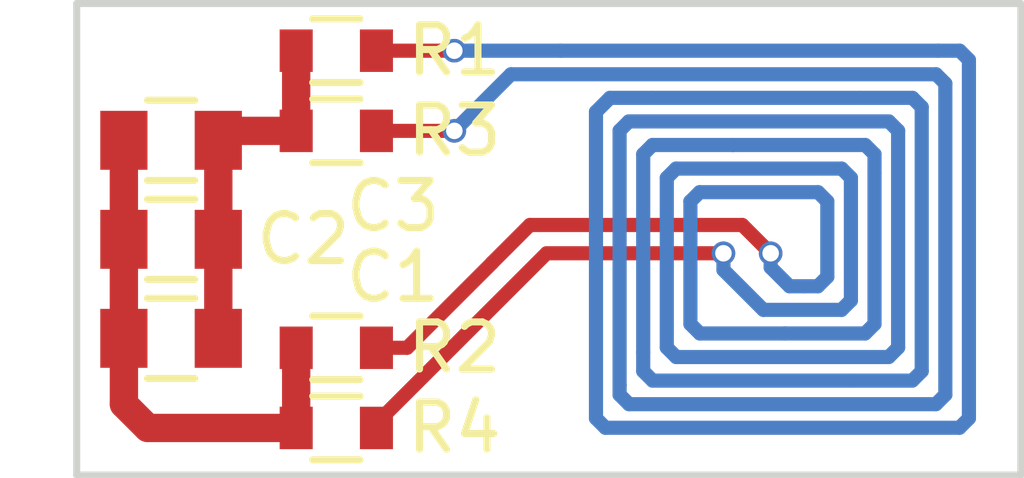
<source format=kicad_pcb>
(kicad_pcb (version 4) (host pcbnew 4.0.6-e0-6349~53~ubuntu16.04.1)

  (general
    (links 10)
    (no_connects 10)
    (area 142.224235 81.229025 162.374237 91.379027)
    (thickness 1.6)
    (drawings 5)
    (tracks 98)
    (zones 0)
    (modules 7)
    (nets 5)
  )

  (page A4)
  (layers
    (0 F.Cu signal)
    (31 B.Cu signal)
    (32 B.Adhes user)
    (33 F.Adhes user)
    (34 B.Paste user)
    (35 F.Paste user)
    (36 B.SilkS user)
    (37 F.SilkS user)
    (38 B.Mask user)
    (39 F.Mask user)
    (40 Dwgs.User user)
    (41 Cmts.User user)
    (42 Eco1.User user)
    (43 Eco2.User user)
    (44 Edge.Cuts user)
    (45 Margin user)
    (46 B.CrtYd user)
    (47 F.CrtYd user)
    (48 B.Fab user)
    (49 F.Fab user)
  )

  (setup
    (last_trace_width 0.6)
    (user_trace_width 0.3)
    (user_trace_width 0.4)
    (user_trace_width 0.6)
    (user_trace_width 0.8)
    (user_trace_width 1)
    (user_trace_width 1.5)
    (user_trace_width 2)
    (user_trace_width 2.5)
    (trace_clearance 0.2)
    (zone_clearance 0.508)
    (zone_45_only no)
    (trace_min 0.2)
    (segment_width 0.2)
    (edge_width 0.15)
    (via_size 0.6)
    (via_drill 0.4)
    (via_min_size 0.4)
    (via_min_drill 0.3)
    (user_via 0.5 0.35)
    (user_via 0.6 0.4)
    (user_via 0.8 0.6)
    (user_via 1 0.8)
    (uvia_size 0.3)
    (uvia_drill 0.1)
    (uvias_allowed no)
    (uvia_min_size 0.2)
    (uvia_min_drill 0.1)
    (pcb_text_width 0.3)
    (pcb_text_size 1.5 1.5)
    (mod_edge_width 0.15)
    (mod_text_size 1 1)
    (mod_text_width 0.15)
    (pad_size 1.524 1.524)
    (pad_drill 0.762)
    (pad_to_mask_clearance 0.2)
    (aux_axis_origin 0 0)
    (visible_elements FFFFFF7F)
    (pcbplotparams
      (layerselection 0x00030_80000001)
      (usegerberextensions false)
      (excludeedgelayer true)
      (linewidth 0.100000)
      (plotframeref false)
      (viasonmask false)
      (mode 1)
      (useauxorigin false)
      (hpglpennumber 1)
      (hpglpenspeed 20)
      (hpglpendiameter 15)
      (hpglpenoverlay 2)
      (psnegative false)
      (psa4output false)
      (plotreference true)
      (plotvalue true)
      (plotinvisibletext false)
      (padsonsilk false)
      (subtractmaskfromsilk false)
      (outputformat 1)
      (mirror false)
      (drillshape 1)
      (scaleselection 1)
      (outputdirectory ""))
  )

  (net 0 "")
  (net 1 "Net-(C1-Pad1)")
  (net 2 "Net-(C1-Pad2)")
  (net 3 /COIL1)
  (net 4 /COIL2)

  (net_class Default "This is the default net class."
    (clearance 0.2)
    (trace_width 0.25)
    (via_dia 0.6)
    (via_drill 0.4)
    (uvia_dia 0.3)
    (uvia_drill 0.1)
    (add_net /COIL1)
    (add_net /COIL2)
    (add_net "Net-(C1-Pad1)")
    (add_net "Net-(C1-Pad2)")
  )

  (module SquantorRcl:C_0805 (layer F.Cu) (tedit 5415D6EA) (tstamp 5898CBE1)
    (at 144.299236 88.404026)
    (descr "Capacitor SMD 0805, reflow soldering, AVX (see smccp.pdf)")
    (tags "capacitor 0805")
    (path /58973C36)
    (attr smd)
    (fp_text reference C1 (at 4.700764 -1.304026) (layer F.SilkS)
      (effects (font (size 1 1) (thickness 0.15)))
    )
    (fp_text value C (at -2.9 -0.2) (layer F.Fab)
      (effects (font (size 1 1) (thickness 0.15)))
    )
    (fp_line (start -1 0.625) (end -1 -0.625) (layer F.Fab) (width 0.15))
    (fp_line (start 1 0.625) (end -1 0.625) (layer F.Fab) (width 0.15))
    (fp_line (start 1 -0.625) (end 1 0.625) (layer F.Fab) (width 0.15))
    (fp_line (start -1 -0.625) (end 1 -0.625) (layer F.Fab) (width 0.15))
    (fp_line (start -1.8 -1) (end 1.8 -1) (layer F.CrtYd) (width 0.05))
    (fp_line (start -1.8 1) (end 1.8 1) (layer F.CrtYd) (width 0.05))
    (fp_line (start -1.8 -1) (end -1.8 1) (layer F.CrtYd) (width 0.05))
    (fp_line (start 1.8 -1) (end 1.8 1) (layer F.CrtYd) (width 0.05))
    (fp_line (start 0.5 -0.85) (end -0.5 -0.85) (layer F.SilkS) (width 0.15))
    (fp_line (start -0.5 0.85) (end 0.5 0.85) (layer F.SilkS) (width 0.15))
    (pad 1 smd rect (at -1 0) (size 1 1.25) (layers F.Cu F.Paste F.Mask)
      (net 1 "Net-(C1-Pad1)"))
    (pad 2 smd rect (at 1 0) (size 1 1.25) (layers F.Cu F.Paste F.Mask)
      (net 2 "Net-(C1-Pad2)"))
    (model Capacitors_SMD.3dshapes/C_0805.wrl
      (at (xyz 0 0 0))
      (scale (xyz 1 1 1))
      (rotate (xyz 0 0 0))
    )
  )

  (module SquantorRcl:C_0805 (layer F.Cu) (tedit 5415D6EA) (tstamp 5898CBF1)
    (at 144.299236 86.304026)
    (descr "Capacitor SMD 0805, reflow soldering, AVX (see smccp.pdf)")
    (tags "capacitor 0805")
    (path /58973E07)
    (attr smd)
    (fp_text reference C2 (at 2.800764 -0.004026) (layer F.SilkS)
      (effects (font (size 1 1) (thickness 0.15)))
    )
    (fp_text value C (at -2.899236 0.095974) (layer F.Fab)
      (effects (font (size 1 1) (thickness 0.15)))
    )
    (fp_line (start -1 0.625) (end -1 -0.625) (layer F.Fab) (width 0.15))
    (fp_line (start 1 0.625) (end -1 0.625) (layer F.Fab) (width 0.15))
    (fp_line (start 1 -0.625) (end 1 0.625) (layer F.Fab) (width 0.15))
    (fp_line (start -1 -0.625) (end 1 -0.625) (layer F.Fab) (width 0.15))
    (fp_line (start -1.8 -1) (end 1.8 -1) (layer F.CrtYd) (width 0.05))
    (fp_line (start -1.8 1) (end 1.8 1) (layer F.CrtYd) (width 0.05))
    (fp_line (start -1.8 -1) (end -1.8 1) (layer F.CrtYd) (width 0.05))
    (fp_line (start 1.8 -1) (end 1.8 1) (layer F.CrtYd) (width 0.05))
    (fp_line (start 0.5 -0.85) (end -0.5 -0.85) (layer F.SilkS) (width 0.15))
    (fp_line (start -0.5 0.85) (end 0.5 0.85) (layer F.SilkS) (width 0.15))
    (pad 1 smd rect (at -1 0) (size 1 1.25) (layers F.Cu F.Paste F.Mask)
      (net 1 "Net-(C1-Pad1)"))
    (pad 2 smd rect (at 1 0) (size 1 1.25) (layers F.Cu F.Paste F.Mask)
      (net 2 "Net-(C1-Pad2)"))
    (model Capacitors_SMD.3dshapes/C_0805.wrl
      (at (xyz 0 0 0))
      (scale (xyz 1 1 1))
      (rotate (xyz 0 0 0))
    )
  )

  (module SquantorRcl:C_0805 (layer F.Cu) (tedit 5415D6EA) (tstamp 5898CC01)
    (at 144.299236 84.204026)
    (descr "Capacitor SMD 0805, reflow soldering, AVX (see smccp.pdf)")
    (tags "capacitor 0805")
    (path /58973E62)
    (attr smd)
    (fp_text reference C3 (at 4.700764 1.395974) (layer F.SilkS)
      (effects (font (size 1 1) (thickness 0.15)))
    )
    (fp_text value C (at -2.999236 -0.004026) (layer F.Fab)
      (effects (font (size 1 1) (thickness 0.15)))
    )
    (fp_line (start -1 0.625) (end -1 -0.625) (layer F.Fab) (width 0.15))
    (fp_line (start 1 0.625) (end -1 0.625) (layer F.Fab) (width 0.15))
    (fp_line (start 1 -0.625) (end 1 0.625) (layer F.Fab) (width 0.15))
    (fp_line (start -1 -0.625) (end 1 -0.625) (layer F.Fab) (width 0.15))
    (fp_line (start -1.8 -1) (end 1.8 -1) (layer F.CrtYd) (width 0.05))
    (fp_line (start -1.8 1) (end 1.8 1) (layer F.CrtYd) (width 0.05))
    (fp_line (start -1.8 -1) (end -1.8 1) (layer F.CrtYd) (width 0.05))
    (fp_line (start 1.8 -1) (end 1.8 1) (layer F.CrtYd) (width 0.05))
    (fp_line (start 0.5 -0.85) (end -0.5 -0.85) (layer F.SilkS) (width 0.15))
    (fp_line (start -0.5 0.85) (end 0.5 0.85) (layer F.SilkS) (width 0.15))
    (pad 1 smd rect (at -1 0) (size 1 1.25) (layers F.Cu F.Paste F.Mask)
      (net 1 "Net-(C1-Pad1)"))
    (pad 2 smd rect (at 1 0) (size 1 1.25) (layers F.Cu F.Paste F.Mask)
      (net 2 "Net-(C1-Pad2)"))
    (model Capacitors_SMD.3dshapes/C_0805.wrl
      (at (xyz 0 0 0))
      (scale (xyz 1 1 1))
      (rotate (xyz 0 0 0))
    )
  )

  (module SquantorRcl:R_0603_hand (layer F.Cu) (tedit 587552B0) (tstamp 5898CC11)
    (at 147.799236 82.304026 180)
    (descr "Resistor SMD 0603, reflow soldering, Vishay (see dcrcw.pdf)")
    (tags "resistor 0603")
    (path /58973BA5)
    (attr smd)
    (fp_text reference R1 (at -2.500764 0.004026 180) (layer F.SilkS)
      (effects (font (size 1 1) (thickness 0.15)))
    )
    (fp_text value 0 (at -4.200764 0.004026 180) (layer F.Fab)
      (effects (font (size 1 1) (thickness 0.15)))
    )
    (fp_line (start -0.8 0.4) (end -0.8 -0.4) (layer F.Fab) (width 0.1))
    (fp_line (start 0.8 0.4) (end -0.8 0.4) (layer F.Fab) (width 0.1))
    (fp_line (start 0.8 -0.4) (end 0.8 0.4) (layer F.Fab) (width 0.1))
    (fp_line (start -0.8 -0.4) (end 0.8 -0.4) (layer F.Fab) (width 0.1))
    (fp_line (start -1.5 -0.8) (end 1.5 -0.8) (layer F.CrtYd) (width 0.05))
    (fp_line (start -1.5 0.8) (end 1.5 0.8) (layer F.CrtYd) (width 0.05))
    (fp_line (start -1.5 -0.8) (end -1.5 0.8) (layer F.CrtYd) (width 0.05))
    (fp_line (start 1.5 -0.8) (end 1.5 0.8) (layer F.CrtYd) (width 0.05))
    (fp_line (start 0.5 0.675) (end -0.5 0.675) (layer F.SilkS) (width 0.15))
    (fp_line (start -0.5 -0.675) (end 0.5 -0.675) (layer F.SilkS) (width 0.15))
    (pad 1 smd rect (at -0.85 0 180) (size 0.7 0.9) (layers F.Cu F.Paste F.Mask)
      (net 3 /COIL1))
    (pad 2 smd rect (at 0.85 0 180) (size 0.7 0.9) (layers F.Cu F.Paste F.Mask)
      (net 2 "Net-(C1-Pad2)"))
    (model Resistors_SMD.3dshapes/R_0603.wrl
      (at (xyz 0 0 0))
      (scale (xyz 1 1 1))
      (rotate (xyz 0 0 0))
    )
  )

  (module SquantorRcl:R_0603_hand (layer F.Cu) (tedit 587552B0) (tstamp 5898CC21)
    (at 147.799236 88.604026 180)
    (descr "Resistor SMD 0603, reflow soldering, Vishay (see dcrcw.pdf)")
    (tags "resistor 0603")
    (path /58973BD4)
    (attr smd)
    (fp_text reference R2 (at -2.500764 0.004026 180) (layer F.SilkS)
      (effects (font (size 1 1) (thickness 0.15)))
    )
    (fp_text value 0 (at -4.000764 0.004026 180) (layer F.Fab)
      (effects (font (size 1 1) (thickness 0.15)))
    )
    (fp_line (start -0.8 0.4) (end -0.8 -0.4) (layer F.Fab) (width 0.1))
    (fp_line (start 0.8 0.4) (end -0.8 0.4) (layer F.Fab) (width 0.1))
    (fp_line (start 0.8 -0.4) (end 0.8 0.4) (layer F.Fab) (width 0.1))
    (fp_line (start -0.8 -0.4) (end 0.8 -0.4) (layer F.Fab) (width 0.1))
    (fp_line (start -1.5 -0.8) (end 1.5 -0.8) (layer F.CrtYd) (width 0.05))
    (fp_line (start -1.5 0.8) (end 1.5 0.8) (layer F.CrtYd) (width 0.05))
    (fp_line (start -1.5 -0.8) (end -1.5 0.8) (layer F.CrtYd) (width 0.05))
    (fp_line (start 1.5 -0.8) (end 1.5 0.8) (layer F.CrtYd) (width 0.05))
    (fp_line (start 0.5 0.675) (end -0.5 0.675) (layer F.SilkS) (width 0.15))
    (fp_line (start -0.5 -0.675) (end 0.5 -0.675) (layer F.SilkS) (width 0.15))
    (pad 1 smd rect (at -0.85 0 180) (size 0.7 0.9) (layers F.Cu F.Paste F.Mask)
      (net 3 /COIL1))
    (pad 2 smd rect (at 0.85 0 180) (size 0.7 0.9) (layers F.Cu F.Paste F.Mask)
      (net 1 "Net-(C1-Pad1)"))
    (model Resistors_SMD.3dshapes/R_0603.wrl
      (at (xyz 0 0 0))
      (scale (xyz 1 1 1))
      (rotate (xyz 0 0 0))
    )
  )

  (module SquantorRcl:R_0603_hand (layer F.Cu) (tedit 587552B0) (tstamp 5898CC31)
    (at 147.799236 84.004026 180)
    (descr "Resistor SMD 0603, reflow soldering, Vishay (see dcrcw.pdf)")
    (tags "resistor 0603")
    (path /58973BED)
    (attr smd)
    (fp_text reference R3 (at -2.500764 0.004026 180) (layer F.SilkS)
      (effects (font (size 1 1) (thickness 0.15)))
    )
    (fp_text value 0 (at -4.200764 0.004026 180) (layer F.Fab)
      (effects (font (size 1 1) (thickness 0.15)))
    )
    (fp_line (start -0.8 0.4) (end -0.8 -0.4) (layer F.Fab) (width 0.1))
    (fp_line (start 0.8 0.4) (end -0.8 0.4) (layer F.Fab) (width 0.1))
    (fp_line (start 0.8 -0.4) (end 0.8 0.4) (layer F.Fab) (width 0.1))
    (fp_line (start -0.8 -0.4) (end 0.8 -0.4) (layer F.Fab) (width 0.1))
    (fp_line (start -1.5 -0.8) (end 1.5 -0.8) (layer F.CrtYd) (width 0.05))
    (fp_line (start -1.5 0.8) (end 1.5 0.8) (layer F.CrtYd) (width 0.05))
    (fp_line (start -1.5 -0.8) (end -1.5 0.8) (layer F.CrtYd) (width 0.05))
    (fp_line (start 1.5 -0.8) (end 1.5 0.8) (layer F.CrtYd) (width 0.05))
    (fp_line (start 0.5 0.675) (end -0.5 0.675) (layer F.SilkS) (width 0.15))
    (fp_line (start -0.5 -0.675) (end 0.5 -0.675) (layer F.SilkS) (width 0.15))
    (pad 1 smd rect (at -0.85 0 180) (size 0.7 0.9) (layers F.Cu F.Paste F.Mask)
      (net 4 /COIL2))
    (pad 2 smd rect (at 0.85 0 180) (size 0.7 0.9) (layers F.Cu F.Paste F.Mask)
      (net 2 "Net-(C1-Pad2)"))
    (model Resistors_SMD.3dshapes/R_0603.wrl
      (at (xyz 0 0 0))
      (scale (xyz 1 1 1))
      (rotate (xyz 0 0 0))
    )
  )

  (module SquantorRcl:R_0603_hand (layer F.Cu) (tedit 587552B0) (tstamp 5898CC41)
    (at 147.799236 90.304026 180)
    (descr "Resistor SMD 0603, reflow soldering, Vishay (see dcrcw.pdf)")
    (tags "resistor 0603")
    (path /58973C0C)
    (attr smd)
    (fp_text reference R4 (at -2.500764 0.004026 180) (layer F.SilkS)
      (effects (font (size 1 1) (thickness 0.15)))
    )
    (fp_text value 0 (at -4.000764 0.004026 180) (layer F.Fab)
      (effects (font (size 1 1) (thickness 0.15)))
    )
    (fp_line (start -0.8 0.4) (end -0.8 -0.4) (layer F.Fab) (width 0.1))
    (fp_line (start 0.8 0.4) (end -0.8 0.4) (layer F.Fab) (width 0.1))
    (fp_line (start 0.8 -0.4) (end 0.8 0.4) (layer F.Fab) (width 0.1))
    (fp_line (start -0.8 -0.4) (end 0.8 -0.4) (layer F.Fab) (width 0.1))
    (fp_line (start -1.5 -0.8) (end 1.5 -0.8) (layer F.CrtYd) (width 0.05))
    (fp_line (start -1.5 0.8) (end 1.5 0.8) (layer F.CrtYd) (width 0.05))
    (fp_line (start -1.5 -0.8) (end -1.5 0.8) (layer F.CrtYd) (width 0.05))
    (fp_line (start 1.5 -0.8) (end 1.5 0.8) (layer F.CrtYd) (width 0.05))
    (fp_line (start 0.5 0.675) (end -0.5 0.675) (layer F.SilkS) (width 0.15))
    (fp_line (start -0.5 -0.675) (end 0.5 -0.675) (layer F.SilkS) (width 0.15))
    (pad 1 smd rect (at -0.85 0 180) (size 0.7 0.9) (layers F.Cu F.Paste F.Mask)
      (net 4 /COIL2))
    (pad 2 smd rect (at 0.85 0 180) (size 0.7 0.9) (layers F.Cu F.Paste F.Mask)
      (net 1 "Net-(C1-Pad1)"))
    (model Resistors_SMD.3dshapes/R_0603.wrl
      (at (xyz 0 0 0))
      (scale (xyz 1 1 1))
      (rotate (xyz 0 0 0))
    )
  )

  (gr_line (start 142.299236 81.304026) (end 152.299236 81.304026) (layer Edge.Cuts) (width 0.15))
  (gr_line (start 142.299236 91.304026) (end 142.299236 81.304026) (layer Edge.Cuts) (width 0.15))
  (gr_line (start 162.299236 91.304026) (end 142.299236 91.304026) (layer Edge.Cuts) (width 0.15))
  (gr_line (start 162.299236 81.304026) (end 162.299236 91.304026) (layer Edge.Cuts) (width 0.15))
  (gr_line (start 152.299236 81.304026) (end 162.299236 81.304026) (layer Edge.Cuts) (width 0.15))

  (segment (start 146.949236 90.304026) (end 146.949236 88.604026) (width 0.6) (layer F.Cu) (net 1))
  (segment (start 143.3 89.8) (end 143.804026 90.304026) (width 0.6) (layer F.Cu) (net 1))
  (segment (start 143.804026 90.304026) (end 146.949236 90.304026) (width 0.6) (layer F.Cu) (net 1))
  (segment (start 143.3 88.52979) (end 143.3 89.8) (width 0.6) (layer F.Cu) (net 1))
  (segment (start 143.299236 88.404026) (end 143.299236 88.529026) (width 0.6) (layer F.Cu) (net 1))
  (segment (start 143.299236 88.529026) (end 143.3 88.52979) (width 0.6) (layer F.Cu) (net 1))
  (segment (start 143.299236 86.304026) (end 143.299236 88.404026) (width 0.6) (layer F.Cu) (net 1))
  (segment (start 143.299236 84.204026) (end 143.299236 86.304026) (width 0.6) (layer F.Cu) (net 1))
  (segment (start 145.299236 86.304026) (end 145.299236 88.404026) (width 0.6) (layer F.Cu) (net 2))
  (segment (start 145.299236 84.204026) (end 145.299236 86.304026) (width 0.6) (layer F.Cu) (net 2))
  (segment (start 146.949236 84.004026) (end 145.499236 84.004026) (width 0.6) (layer F.Cu) (net 2))
  (segment (start 145.499236 84.004026) (end 145.299236 84.204026) (width 0.6) (layer F.Cu) (net 2))
  (segment (start 146.949236 82.304026) (end 146.949236 84.004026) (width 0.6) (layer F.Cu) (net 2))
  (segment (start 151.9 86) (end 156.4 86) (width 0.3) (layer F.Cu) (net 3))
  (segment (start 156.4 86) (end 157 86.6) (width 0.3) (layer F.Cu) (net 3))
  (segment (start 151.103262 86.796738) (end 151.9 86) (width 0.3) (layer F.Cu) (net 3))
  (segment (start 151.103262 86.8) (end 151.103262 86.796738) (width 0.3) (layer F.Cu) (net 3))
  (via (at 157 86.6) (size 0.5) (drill 0.35) (layers F.Cu B.Cu) (net 3))
  (segment (start 157 86.9) (end 157 86.6) (width 0.3) (layer B.Cu) (net 3))
  (segment (start 157.39996 87.29996) (end 157 86.9) (width 0.3) (layer B.Cu) (net 3))
  (segment (start 157.7 87.29996) (end 157.39996 87.29996) (width 0.3) (layer B.Cu) (net 3))
  (segment (start 148.649236 88.604026) (end 149.299236 88.604026) (width 0.3) (layer F.Cu) (net 3))
  (segment (start 149.299236 88.604026) (end 151.103262 86.8) (width 0.3) (layer F.Cu) (net 3))
  (segment (start 158.00004 87.29996) (end 157.7 87.29996) (width 0.3) (layer B.Cu) (net 3))
  (segment (start 158.19996 85.49996) (end 158.19996 87.10004) (width 0.3) (layer B.Cu) (net 3))
  (segment (start 158.19996 87.10004) (end 158.00004 87.29996) (width 0.3) (layer B.Cu) (net 3))
  (segment (start 155.495914 85.304086) (end 158.004086 85.304086) (width 0.3) (layer B.Cu) (net 3))
  (segment (start 158.004086 85.304086) (end 158.19996 85.49996) (width 0.3) (layer B.Cu) (net 3))
  (segment (start 155.30003 85.5) (end 155.30003 85.49997) (width 0.3) (layer B.Cu) (net 3))
  (segment (start 155.30003 85.49997) (end 155.495914 85.304086) (width 0.3) (layer B.Cu) (net 3))
  (segment (start 155.30003 88.10003) (end 155.30003 85.5) (width 0.3) (layer B.Cu) (net 3))
  (segment (start 157.3 88.29998) (end 155.49998 88.29998) (width 0.3) (layer B.Cu) (net 3))
  (segment (start 155.49998 88.29998) (end 155.30003 88.10003) (width 0.3) (layer B.Cu) (net 3))
  (segment (start 159.00002 88.29998) (end 157.3 88.29998) (width 0.3) (layer B.Cu) (net 3))
  (segment (start 159.19998 84.9) (end 159.19998 88.10002) (width 0.3) (layer B.Cu) (net 3))
  (segment (start 159.19998 88.10002) (end 159.00002 88.29998) (width 0.3) (layer B.Cu) (net 3))
  (segment (start 159.19998 84.49998) (end 159.19998 84.9) (width 0.3) (layer B.Cu) (net 3))
  (segment (start 156.2 84.304066) (end 159.004066 84.304066) (width 0.3) (layer B.Cu) (net 3))
  (segment (start 159.004066 84.304066) (end 159.19998 84.49998) (width 0.3) (layer B.Cu) (net 3))
  (segment (start 154.495954 84.304066) (end 156.2 84.304066) (width 0.3) (layer B.Cu) (net 3))
  (segment (start 154.30001 84.50001) (end 154.495954 84.304066) (width 0.3) (layer B.Cu) (net 3))
  (segment (start 154.30001 88.7) (end 154.30001 84.50001) (width 0.3) (layer B.Cu) (net 3))
  (segment (start 154.30001 89.10001) (end 154.30001 88.7) (width 0.3) (layer B.Cu) (net 3))
  (segment (start 158.7 89.3) (end 154.5 89.3) (width 0.3) (layer B.Cu) (net 3))
  (segment (start 154.5 89.3) (end 154.30001 89.10001) (width 0.3) (layer B.Cu) (net 3))
  (segment (start 160 89.3) (end 158.7 89.3) (width 0.3) (layer B.Cu) (net 3))
  (segment (start 160.2 89.1) (end 160 89.3) (width 0.3) (layer B.Cu) (net 3))
  (segment (start 160.2 83.5) (end 160.2 89.1) (width 0.3) (layer B.Cu) (net 3))
  (segment (start 160.004046 83.304046) (end 160.2 83.5) (width 0.3) (layer B.Cu) (net 3))
  (segment (start 158.9 83.304046) (end 160.004046 83.304046) (width 0.3) (layer B.Cu) (net 3))
  (segment (start 154.5 83.304046) (end 158.9 83.304046) (width 0.3) (layer B.Cu) (net 3))
  (segment (start 153.595954 83.304046) (end 154.5 83.304046) (width 0.3) (layer B.Cu) (net 3))
  (segment (start 153.3 90.1) (end 153.3 83.6) (width 0.3) (layer B.Cu) (net 3))
  (segment (start 153.3 83.6) (end 153.595954 83.304046) (width 0.3) (layer B.Cu) (net 3))
  (segment (start 153.5 90.3) (end 153.3 90.1) (width 0.3) (layer B.Cu) (net 3))
  (segment (start 161 90.3) (end 153.5 90.3) (width 0.3) (layer B.Cu) (net 3))
  (segment (start 161.2 90.1) (end 161 90.3) (width 0.3) (layer B.Cu) (net 3))
  (segment (start 161.2 82.5) (end 161.2 90.1) (width 0.3) (layer B.Cu) (net 3))
  (segment (start 161.004026 82.304026) (end 161.2 82.5) (width 0.3) (layer B.Cu) (net 3))
  (segment (start 160.549236 82.304026) (end 161.004026 82.304026) (width 0.3) (layer B.Cu) (net 3))
  (segment (start 152.549236 82.304026) (end 160.549236 82.304026) (width 0.3) (layer B.Cu) (net 3))
  (segment (start 150.652789 82.304026) (end 152.549236 82.304026) (width 0.3) (layer B.Cu) (net 3))
  (segment (start 150.299236 82.304026) (end 150.652789 82.304026) (width 0.3) (layer B.Cu) (net 3))
  (segment (start 148.649236 82.304026) (end 150.299236 82.304026) (width 0.3) (layer F.Cu) (net 3))
  (via (at 150.299236 82.304026) (size 0.5) (drill 0.35) (layers F.Cu B.Cu) (net 3))
  (segment (start 159.49999 88.79999) (end 154.99999 88.79999) (width 0.3) (layer B.Cu) (net 4))
  (segment (start 160.5 89.8) (end 154 89.8) (width 0.3) (layer B.Cu) (net 4))
  (segment (start 150.299236 84.004026) (end 151.499226 82.804036) (width 0.3) (layer B.Cu) (net 4))
  (segment (start 158.50003 87.79997) (end 156.846417 87.79997) (width 0.3) (layer B.Cu) (net 4))
  (segment (start 151.499226 82.804036) (end 160.504036 82.804036) (width 0.3) (layer B.Cu) (net 4))
  (segment (start 153.8 84) (end 153.995944 83.804056) (width 0.3) (layer B.Cu) (net 4))
  (segment (start 160.504036 82.804036) (end 160.7 83) (width 0.3) (layer B.Cu) (net 4))
  (segment (start 156.846417 87.79997) (end 156 86.953553) (width 0.3) (layer B.Cu) (net 4))
  (segment (start 160.7 83) (end 160.7 89.6) (width 0.3) (layer B.Cu) (net 4))
  (segment (start 160.7 89.6) (end 160.5 89.8) (width 0.3) (layer B.Cu) (net 4))
  (segment (start 154 89.8) (end 153.80001 89.60001) (width 0.3) (layer B.Cu) (net 4))
  (segment (start 158.69997 84.99997) (end 158.69997 87.60003) (width 0.3) (layer B.Cu) (net 4))
  (segment (start 153.80001 89.60001) (end 153.80001 89.40001) (width 0.3) (layer B.Cu) (net 4))
  (segment (start 153.80001 89.40001) (end 153.8 89.4) (width 0.3) (layer B.Cu) (net 4))
  (segment (start 159.69999 88.59999) (end 159.49999 88.79999) (width 0.3) (layer B.Cu) (net 4))
  (segment (start 153.8 89.4) (end 153.8 84) (width 0.3) (layer B.Cu) (net 4))
  (segment (start 153.995944 83.804056) (end 159.504056 83.804056) (width 0.3) (layer B.Cu) (net 4))
  (segment (start 159.504056 83.804056) (end 159.69999 83.99999) (width 0.3) (layer B.Cu) (net 4))
  (segment (start 159.69999 83.99999) (end 159.69999 88.59999) (width 0.3) (layer B.Cu) (net 4))
  (segment (start 154.99999 88.79999) (end 154.80002 88.60002) (width 0.3) (layer B.Cu) (net 4))
  (segment (start 154.80002 88.60002) (end 154.80002 84.99998) (width 0.3) (layer B.Cu) (net 4))
  (segment (start 154.80002 84.99998) (end 154.995924 84.804076) (width 0.3) (layer B.Cu) (net 4))
  (segment (start 154.995924 84.804076) (end 158.504076 84.804076) (width 0.3) (layer B.Cu) (net 4))
  (segment (start 158.504076 84.804076) (end 158.69997 84.99997) (width 0.3) (layer B.Cu) (net 4))
  (segment (start 158.69997 87.60003) (end 158.50003 87.79997) (width 0.3) (layer B.Cu) (net 4))
  (segment (start 156 86.953553) (end 156 86.6) (width 0.3) (layer B.Cu) (net 4))
  (segment (start 152.253262 86.6) (end 156 86.6) (width 0.3) (layer F.Cu) (net 4))
  (segment (start 148.649236 90.304026) (end 148.649236 90.204026) (width 0.3) (layer F.Cu) (net 4))
  (segment (start 148.649236 90.204026) (end 152.253262 86.6) (width 0.3) (layer F.Cu) (net 4))
  (via (at 156 86.6) (size 0.5) (drill 0.35) (layers F.Cu B.Cu) (net 4))
  (segment (start 148.649236 84.004026) (end 149.599236 84.004026) (width 0.3) (layer F.Cu) (net 4))
  (via (at 150.299236 84.004026) (size 0.5) (drill 0.35) (layers F.Cu B.Cu) (net 4))
  (segment (start 149.599236 84.004026) (end 150.299236 84.004026) (width 0.3) (layer F.Cu) (net 4))

)

</source>
